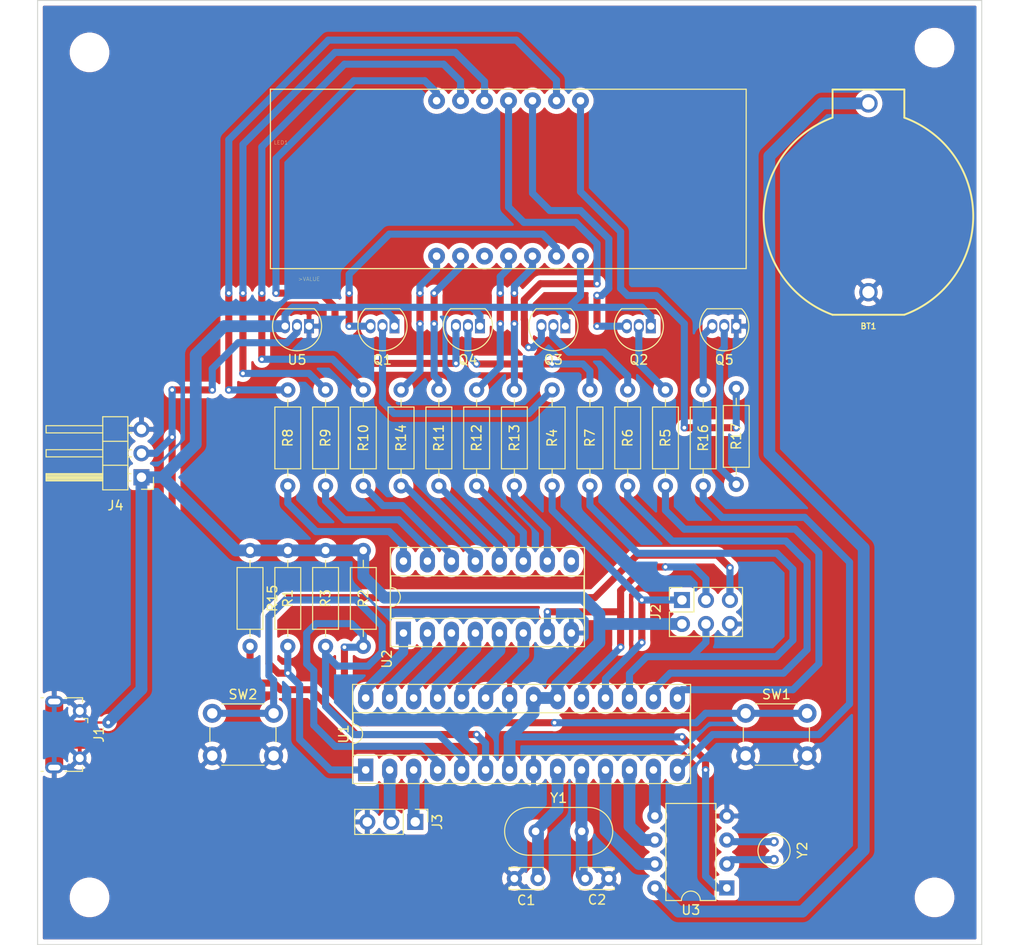
<source format=kicad_pcb>
(kicad_pcb (version 20171130) (host pcbnew 5.1.6-c6e7f7d~87~ubuntu18.04.1)
  (layers (0 Front signal) (1 In1.Cu signal) (2 In2.Cu signal) (31 Back signal) (34 B.Paste user) (35 F.Paste user) (36 B.SilkS user) (37 F.SilkS user) (38 B.Mask user) (39 F.Mask user) (44 Edge.Cuts user))
  (net 0 "")
  (net 1 GND)
  (net 2 "Net-(BT1-Pad1)")
  (net 3 "Net-(C1-Pad1)")
  (net 4 "Net-(C2-Pad1)")
  (net 5 +5V)
  (net 6 RST)
  (net 7 /DISP1)
  (net 8 /IN7)
  (net 9 /DISP4)
  (net 10 "Net-(J3-Pad2)")
  (net 11 "Net-(J3-Pad1)")
  (net 12 "Net-(J4-Pad2)")
  (net 13 "Net-(LED1-Pad14)")
  (net 14 /OUT3)
  (net 15 /OUT2)
  (net 16 "Net-(LED1-Pad11)")
  (net 17 "Net-(LED1-Pad10)")
  (net 18 /OUT1)
  (net 19 "Net-(LED1-Pad8)")
  (net 20 "Net-(LED1-Pad6)")
  (net 21 /OUT7)
  (net 22 /OUT6)
  (net 23 /OUT5)
  (net 24 /OUT4)
  (net 25 "Net-(Q1-Pad2)")
  (net 26 "Net-(Q2-Pad2)")
  (net 27 "Net-(Q3-Pad2)")
  (net 28 "Net-(Q4-Pad2)")
  (net 29 "Net-(Q5-Pad3)")
  (net 30 "Net-(Q5-Pad2)")
  (net 31 "Net-(R2-Pad2)")
  (net 32 "Net-(R3-Pad2)")
  (net 33 /DISP3)
  (net 34 /DISP2)
  (net 35 "Net-(R8-Pad2)")
  (net 36 "Net-(R9-Pad2)")
  (net 37 "Net-(R10-Pad2)")
  (net 38 "Net-(R11-Pad2)")
  (net 39 "Net-(R12-Pad2)")
  (net 40 "Net-(R13-Pad2)")
  (net 41 "Net-(R14-Pad2)")
  (net 42 "Net-(R16-Pad2)")
  (net 43 /IN1)
  (net 44 /IN2)
  (net 45 /CE)
  (net 46 /IN3)
  (net 47 /IO)
  (net 48 /IN4)
  (net 49 /CLK)
  (net 50 /IN5)
  (net 51 /IN6)
  (net 52 "Net-(U3-Pad3)")
  (net 53 "Net-(U3-Pad2)")
  (module Resistor_THT:R_Axial_DIN0207_L6.3mm_D2.5mm_P10.16mm_Horizontal (layer Front) (at 117.5 83.25 270)
    (fp_text reference R15 (at 5.08 -2.37 90) (layer F.SilkS))
    (fp_text value 4k7)
    (pad 2 thru_hole oval (at 10.16 0 270) (size 1.6 1.6) (drill 0.8) (layers *.Cu *.Mask) (net 12 "Net-(J4-Pad2)"))
    (pad 1 thru_hole circle (at 0 0 270) (size 1.6 1.6) (drill 0.8) (layers *.Cu *.Mask) (net 5 +5V))
  )
  (module MountingHole:MountingHole_3.2mm_M3 (layer Front) (at 100.5 120)
    (fp_text reference REF** hide)
    (fp_text value MountingHole_3.2mm_M3)
    (pad 1 np_thru_hole circle (at 0 0) (size 3.2 3.2) (drill 3.2) (layers *.Cu *.Mask))
  )
  (module MountingHole:MountingHole_3.2mm_M3 (layer Front) (at 190 120)
    (fp_text reference REF** hide)
    (fp_text value MountingHole_3.2mm_M3)
    (pad 1 np_thru_hole circle (at 0 0) (size 3.2 3.2) (drill 3.2) (layers *.Cu *.Mask))
  )
  (module MountingHole:MountingHole_3.2mm_M3 (layer Front) (at 190 30)
    (fp_text reference REF** hide)
    (fp_text value MountingHole_3.2mm_M3)
    (pad 1 np_thru_hole circle (at 0 0) (size 3.2 3.2) (drill 3.2) (layers *.Cu *.Mask))
  )
  (module MountingHole:MountingHole_3.2mm_M3 (layer Front) (at 100.5 30.5)
    (fp_text reference REF** hide)
    (fp_text value MountingHole_3.2mm_M3)
    (pad 1 np_thru_hole circle (at 0 0) (size 3.2 3.2) (drill 3.2) (layers *.Cu *.Mask))
  )
  (module Crystal:Crystal_C38-LF_D3.0mm_L8.0mm_Vertical (layer Front) (at 173 116 90)
    (fp_text reference Y2 (at 1 3 90) (layer F.SilkS))
    (fp_text value 32,768kHz)
    (pad 2 thru_hole circle (at 1.9 0 90) (size 1 1) (drill 0.5) (layers *.Cu *.Mask) (net 52 "Net-(U3-Pad3)"))
    (pad 1 thru_hole circle (at 0 0 90) (size 1 1) (drill 0.5) (layers *.Cu *.Mask) (net 53 "Net-(U3-Pad2)"))
  )
  (module Crystal:Crystal_HC49-4H_Vertical (layer Front) (at 147.75 113)
    (fp_text reference Y1 (at 2.44 -3.525) (layer F.SilkS))
    (fp_text value 16MHz)
    (pad 2 thru_hole circle (at 4.88 0) (size 1.5 1.5) (drill 0.8) (layers *.Cu *.Mask) (net 4 "Net-(C2-Pad1)"))
    (pad 1 thru_hole circle (at 0 0) (size 1.5 1.5) (drill 0.8) (layers *.Cu *.Mask) (net 3 "Net-(C1-Pad1)"))
  )
  (module Package_TO_SOT_THT:TO-92_Inline (layer Front) (at 123.75 59.5 180)
    (fp_text reference U5 (at 1.27 -3.56) (layer F.SilkS))
    (fp_text value DS18B20)
    (pad 1 thru_hole rect (at 0 0 180) (size 1.05 1.5) (drill 0.75) (layers *.Cu *.Mask) (net 1 GND))
    (pad 3 thru_hole oval (at 2.54 0 180) (size 1.05 1.5) (drill 0.75) (layers *.Cu *.Mask) (net 5 +5V))
    (pad 2 thru_hole oval (at 1.27 0 180) (size 1.05 1.5) (drill 0.75) (layers *.Cu *.Mask) (net 12 "Net-(J4-Pad2)"))
  )
  (module Package_DIP:DIP-8_W7.62mm (layer Front) (at 168 119 180)
    (fp_text reference U3 (at 3.81 -2.33) (layer F.SilkS))
    (fp_text value DS1302N+)
    (pad 8 thru_hole oval (at 7.62 0 180) (size 1.6 1.6) (drill 0.8) (layers *.Cu *.Mask) (net 2 "Net-(BT1-Pad1)"))
    (pad 4 thru_hole oval (at 0 7.62 180) (size 1.6 1.6) (drill 0.8) (layers *.Cu *.Mask) (net 1 GND))
    (pad 7 thru_hole oval (at 7.62 2.54 180) (size 1.6 1.6) (drill 0.8) (layers *.Cu *.Mask) (net 49 /CLK))
    (pad 3 thru_hole oval (at 0 5.08 180) (size 1.6 1.6) (drill 0.8) (layers *.Cu *.Mask) (net 52 "Net-(U3-Pad3)"))
    (pad 6 thru_hole oval (at 7.62 5.08 180) (size 1.6 1.6) (drill 0.8) (layers *.Cu *.Mask) (net 47 /IO))
    (pad 2 thru_hole oval (at 0 2.54 180) (size 1.6 1.6) (drill 0.8) (layers *.Cu *.Mask) (net 53 "Net-(U3-Pad2)"))
    (pad 5 thru_hole oval (at 7.62 7.62 180) (size 1.6 1.6) (drill 0.8) (layers *.Cu *.Mask) (net 45 /CE))
    (pad 1 thru_hole rect (at 0 0 180) (size 1.6 1.6) (drill 0.8) (layers *.Cu *.Mask) (net 5 +5V))
  )
  (module Package_DIP:DIP-16_W7.62mm_Socket_LongPads (layer Front) (at 133.75 92 90)
    (fp_text reference U2 (at -2.75 -1.75 90) (layer F.SilkS))
    (fp_text value ULN2003A)
    (pad 16 thru_hole oval (at 7.62 0 90) (size 2.4 1.6) (drill 0.8) (layers *.Cu *.Mask) (net 35 "Net-(R8-Pad2)"))
    (pad 8 thru_hole oval (at 0 17.78 90) (size 2.4 1.6) (drill 0.8) (layers *.Cu *.Mask) (net 1 GND))
    (pad 15 thru_hole oval (at 7.62 2.54 90) (size 2.4 1.6) (drill 0.8) (layers *.Cu *.Mask) (net 36 "Net-(R9-Pad2)"))
    (pad 7 thru_hole oval (at 0 15.24 90) (size 2.4 1.6) (drill 0.8) (layers *.Cu *.Mask) (net 8 /IN7))
    (pad 14 thru_hole oval (at 7.62 5.08 90) (size 2.4 1.6) (drill 0.8) (layers *.Cu *.Mask) (net 37 "Net-(R10-Pad2)"))
    (pad 6 thru_hole oval (at 0 12.7 90) (size 2.4 1.6) (drill 0.8) (layers *.Cu *.Mask) (net 51 /IN6))
    (pad 13 thru_hole oval (at 7.62 7.62 90) (size 2.4 1.6) (drill 0.8) (layers *.Cu *.Mask) (net 41 "Net-(R14-Pad2)"))
    (pad 5 thru_hole oval (at 0 10.16 90) (size 2.4 1.6) (drill 0.8) (layers *.Cu *.Mask) (net 50 /IN5))
    (pad 12 thru_hole oval (at 7.62 10.16 90) (size 2.4 1.6) (drill 0.8) (layers *.Cu *.Mask) (net 38 "Net-(R11-Pad2)"))
    (pad 4 thru_hole oval (at 0 7.62 90) (size 2.4 1.6) (drill 0.8) (layers *.Cu *.Mask) (net 48 /IN4))
    (pad 11 thru_hole oval (at 7.62 12.7 90) (size 2.4 1.6) (drill 0.8) (layers *.Cu *.Mask) (net 39 "Net-(R12-Pad2)"))
    (pad 3 thru_hole oval (at 0 5.08 90) (size 2.4 1.6) (drill 0.8) (layers *.Cu *.Mask) (net 46 /IN3))
    (pad 10 thru_hole oval (at 7.62 15.24 90) (size 2.4 1.6) (drill 0.8) (layers *.Cu *.Mask) (net 40 "Net-(R13-Pad2)"))
    (pad 2 thru_hole oval (at 0 2.54 90) (size 2.4 1.6) (drill 0.8) (layers *.Cu *.Mask) (net 44 /IN2))
    (pad 9 thru_hole oval (at 7.62 17.78 90) (size 2.4 1.6) (drill 0.8) (layers *.Cu *.Mask))
    (pad 1 thru_hole rect (at 0 0 90) (size 2.4 1.6) (drill 0.8) (layers *.Cu *.Mask) (net 43 /IN1))
  )
  (module Package_DIP:DIP-28_W7.62mm_Socket_LongPads (layer Front) (at 129.75 106.5 90)
    (fp_text reference U1 (at 3.81 -2.33 90) (layer F.SilkS))
    (fp_text value ATmega8-16PU)
    (pad 28 thru_hole oval (at 7.62 0 90) (size 2.4 1.6) (drill 0.8) (layers *.Cu *.Mask) (net 43 /IN1))
    (pad 14 thru_hole oval (at 0 33.02 90) (size 2.4 1.6) (drill 0.8) (layers *.Cu *.Mask) (net 42 "Net-(R16-Pad2)"))
    (pad 27 thru_hole oval (at 7.62 2.54 90) (size 2.4 1.6) (drill 0.8) (layers *.Cu *.Mask) (net 44 /IN2))
    (pad 13 thru_hole oval (at 0 30.48 90) (size 2.4 1.6) (drill 0.8) (layers *.Cu *.Mask) (net 45 /CE))
    (pad 26 thru_hole oval (at 7.62 5.08 90) (size 2.4 1.6) (drill 0.8) (layers *.Cu *.Mask) (net 46 /IN3))
    (pad 12 thru_hole oval (at 0 27.94 90) (size 2.4 1.6) (drill 0.8) (layers *.Cu *.Mask) (net 47 /IO))
    (pad 25 thru_hole oval (at 7.62 7.62 90) (size 2.4 1.6) (drill 0.8) (layers *.Cu *.Mask) (net 48 /IN4))
    (pad 11 thru_hole oval (at 0 25.4 90) (size 2.4 1.6) (drill 0.8) (layers *.Cu *.Mask) (net 49 /CLK))
    (pad 24 thru_hole oval (at 7.62 10.16 90) (size 2.4 1.6) (drill 0.8) (layers *.Cu *.Mask) (net 50 /IN5))
    (pad 10 thru_hole oval (at 0 22.86 90) (size 2.4 1.6) (drill 0.8) (layers *.Cu *.Mask) (net 4 "Net-(C2-Pad1)"))
    (pad 23 thru_hole oval (at 7.62 12.7 90) (size 2.4 1.6) (drill 0.8) (layers *.Cu *.Mask) (net 51 /IN6))
    (pad 9 thru_hole oval (at 0 20.32 90) (size 2.4 1.6) (drill 0.8) (layers *.Cu *.Mask) (net 3 "Net-(C1-Pad1)"))
    (pad 22 thru_hole oval (at 7.62 15.24 90) (size 2.4 1.6) (drill 0.8) (layers *.Cu *.Mask) (net 1 GND))
    (pad 8 thru_hole oval (at 0 17.78 90) (size 2.4 1.6) (drill 0.8) (layers *.Cu *.Mask) (net 1 GND))
    (pad 21 thru_hole oval (at 7.62 17.78 90) (size 2.4 1.6) (drill 0.8) (layers *.Cu *.Mask) (net 5 +5V))
    (pad 7 thru_hole oval (at 0 15.24 90) (size 2.4 1.6) (drill 0.8) (layers *.Cu *.Mask) (net 5 +5V))
    (pad 20 thru_hole oval (at 7.62 20.32 90) (size 2.4 1.6) (drill 0.8) (layers *.Cu *.Mask) (net 5 +5V))
    (pad 6 thru_hole oval (at 0 12.7 90) (size 2.4 1.6) (drill 0.8) (layers *.Cu *.Mask) (net 12 "Net-(J4-Pad2)"))
    (pad 19 thru_hole oval (at 7.62 22.86 90) (size 2.4 1.6) (drill 0.8) (layers *.Cu *.Mask) (net 8 /IN7))
    (pad 5 thru_hole oval (at 0 10.16 90) (size 2.4 1.6) (drill 0.8) (layers *.Cu *.Mask) (net 32 "Net-(R3-Pad2)"))
    (pad 18 thru_hole oval (at 7.62 25.4 90) (size 2.4 1.6) (drill 0.8) (layers *.Cu *.Mask) (net 9 /DISP4))
    (pad 4 thru_hole oval (at 0 7.62 90) (size 2.4 1.6) (drill 0.8) (layers *.Cu *.Mask) (net 31 "Net-(R2-Pad2)"))
    (pad 17 thru_hole oval (at 7.62 27.94 90) (size 2.4 1.6) (drill 0.8) (layers *.Cu *.Mask) (net 7 /DISP1))
    (pad 3 thru_hole oval (at 0 5.08 90) (size 2.4 1.6) (drill 0.8) (layers *.Cu *.Mask) (net 11 "Net-(J3-Pad1)"))
    (pad 16 thru_hole oval (at 7.62 30.48 90) (size 2.4 1.6) (drill 0.8) (layers *.Cu *.Mask) (net 34 /DISP2))
    (pad 2 thru_hole oval (at 0 2.54 90) (size 2.4 1.6) (drill 0.8) (layers *.Cu *.Mask) (net 10 "Net-(J3-Pad2)"))
    (pad 15 thru_hole oval (at 7.62 33.02 90) (size 2.4 1.6) (drill 0.8) (layers *.Cu *.Mask) (net 33 /DISP3))
    (pad 1 thru_hole rect (at 0 0 90) (size 2.4 1.6) (drill 0.8) (layers *.Cu *.Mask) (net 6 RST))
  )
  (module Button_Switch_THT:SW_PUSH_6mm_H4.3mm (layer Front) (at 113.5 100.5)
    (fp_text reference SW2 (at 3.25 -2) (layer F.SilkS))
    (fp_text value SW_Push)
    (pad 1 thru_hole circle (at 6.5 0 90) (size 2 2) (drill 1.1) (layers *.Cu *.Mask) (net 32 "Net-(R3-Pad2)"))
    (pad 2 thru_hole circle (at 6.5 4.5 90) (size 2 2) (drill 1.1) (layers *.Cu *.Mask) (net 1 GND))
    (pad 1 thru_hole circle (at 0 0 90) (size 2 2) (drill 1.1) (layers *.Cu *.Mask) (net 32 "Net-(R3-Pad2)"))
    (pad 2 thru_hole circle (at 0 4.5 90) (size 2 2) (drill 1.1) (layers *.Cu *.Mask) (net 1 GND))
  )
  (module Button_Switch_THT:SW_PUSH_6mm_H4.3mm (layer Front) (at 170 100.5)
    (fp_text reference SW1 (at 3.25 -2) (layer F.SilkS))
    (fp_text value SW_Push)
    (pad 1 thru_hole circle (at 6.5 0 90) (size 2 2) (drill 1.1) (layers *.Cu *.Mask) (net 31 "Net-(R2-Pad2)"))
    (pad 2 thru_hole circle (at 6.5 4.5 90) (size 2 2) (drill 1.1) (layers *.Cu *.Mask) (net 1 GND))
    (pad 1 thru_hole circle (at 0 0 90) (size 2 2) (drill 1.1) (layers *.Cu *.Mask) (net 31 "Net-(R2-Pad2)"))
    (pad 2 thru_hole circle (at 0 4.5 90) (size 2 2) (drill 1.1) (layers *.Cu *.Mask) (net 1 GND))
  )
  (module Resistor_THT:R_Axial_DIN0207_L6.3mm_D2.5mm_P10.16mm_Horizontal (layer Front) (at 133.5 66.25 270)
    (fp_text reference R14 (at 5.08 0 90) (layer F.SilkS))
    (fp_text value 150)
    (pad 2 thru_hole oval (at 10.16 0 270) (size 1.6 1.6) (drill 0.8) (layers *.Cu *.Mask) (net 41 "Net-(R14-Pad2)"))
    (pad 1 thru_hole circle (at 0 0 270) (size 1.6 1.6) (drill 0.8) (layers *.Cu *.Mask) (net 24 /OUT4))
  )
  (module Resistor_THT:R_Axial_DIN0207_L6.3mm_D2.5mm_P10.16mm_Horizontal (layer Front) (at 145.5 66.25 270)
    (fp_text reference R13 (at 5.08 0 90) (layer F.SilkS))
    (fp_text value 150)
    (pad 2 thru_hole oval (at 10.16 0 270) (size 1.6 1.6) (drill 0.8) (layers *.Cu *.Mask) (net 40 "Net-(R13-Pad2)"))
    (pad 1 thru_hole circle (at 0 0 270) (size 1.6 1.6) (drill 0.8) (layers *.Cu *.Mask) (net 21 /OUT7))
  )
  (module Resistor_THT:R_Axial_DIN0207_L6.3mm_D2.5mm_P10.16mm_Horizontal (layer Front) (at 141.5 66.25 270)
    (fp_text reference R12 (at 5.08 0 90) (layer F.SilkS))
    (fp_text value 150)
    (pad 2 thru_hole oval (at 10.16 0 270) (size 1.6 1.6) (drill 0.8) (layers *.Cu *.Mask) (net 39 "Net-(R12-Pad2)"))
    (pad 1 thru_hole circle (at 0 0 270) (size 1.6 1.6) (drill 0.8) (layers *.Cu *.Mask) (net 22 /OUT6))
  )
  (module Resistor_THT:R_Axial_DIN0207_L6.3mm_D2.5mm_P10.16mm_Horizontal (layer Front) (at 137.5 66.25 270)
    (fp_text reference R11 (at 5.08 0 90) (layer F.SilkS))
    (fp_text value 150)
    (pad 2 thru_hole oval (at 10.16 0 270) (size 1.6 1.6) (drill 0.8) (layers *.Cu *.Mask) (net 38 "Net-(R11-Pad2)"))
    (pad 1 thru_hole circle (at 0 0 270) (size 1.6 1.6) (drill 0.8) (layers *.Cu *.Mask) (net 23 /OUT5))
  )
  (module Resistor_THT:R_Axial_DIN0207_L6.3mm_D2.5mm_P10.16mm_Horizontal (layer Front) (at 129.5 66.25 270)
    (fp_text reference R10 (at 5.08 0 90) (layer F.SilkS))
    (fp_text value 150)
    (pad 2 thru_hole oval (at 10.16 0 270) (size 1.6 1.6) (drill 0.8) (layers *.Cu *.Mask) (net 37 "Net-(R10-Pad2)"))
    (pad 1 thru_hole circle (at 0 0 270) (size 1.6 1.6) (drill 0.8) (layers *.Cu *.Mask) (net 14 /OUT3))
  )
  (module Resistor_THT:R_Axial_DIN0207_L6.3mm_D2.5mm_P10.16mm_Horizontal (layer Front) (at 125.5 66.25 270)
    (fp_text reference R9 (at 5.08 0 90) (layer F.SilkS))
    (fp_text value 150)
    (pad 2 thru_hole oval (at 10.16 0 270) (size 1.6 1.6) (drill 0.8) (layers *.Cu *.Mask) (net 36 "Net-(R9-Pad2)"))
    (pad 1 thru_hole circle (at 0 0 270) (size 1.6 1.6) (drill 0.8) (layers *.Cu *.Mask) (net 15 /OUT2))
  )
  (module Resistor_THT:R_Axial_DIN0207_L6.3mm_D2.5mm_P10.16mm_Horizontal (layer Front) (at 121.5 66.25 270)
    (fp_text reference R8 (at 5.08 0 90) (layer F.SilkS))
    (fp_text value 150)
    (pad 2 thru_hole oval (at 10.16 0 270) (size 1.6 1.6) (drill 0.8) (layers *.Cu *.Mask) (net 35 "Net-(R8-Pad2)"))
    (pad 1 thru_hole circle (at 0 0 270) (size 1.6 1.6) (drill 0.8) (layers *.Cu *.Mask) (net 18 /OUT1))
  )
  (module Resistor_THT:R_Axial_DIN0207_L6.3mm_D2.5mm_P10.16mm_Horizontal (layer Front) (at 125.5 83.25 270)
    (fp_text reference R3 (at 5.08 0 90) (layer F.SilkS))
    (fp_text value 10k)
    (pad 2 thru_hole oval (at 10.16 0 270) (size 1.6 1.6) (drill 0.8) (layers *.Cu *.Mask) (net 32 "Net-(R3-Pad2)"))
    (pad 1 thru_hole circle (at 0 0 270) (size 1.6 1.6) (drill 0.8) (layers *.Cu *.Mask) (net 5 +5V))
  )
  (module Resistor_THT:R_Axial_DIN0207_L6.3mm_D2.5mm_P10.16mm_Horizontal (layer Front) (at 129.5 83.25 270)
    (fp_text reference R2 (at 5.08 0 90) (layer F.SilkS))
    (fp_text value 10k)
    (pad 2 thru_hole oval (at 10.16 0 270) (size 1.6 1.6) (drill 0.8) (layers *.Cu *.Mask) (net 31 "Net-(R2-Pad2)"))
    (pad 1 thru_hole circle (at 0 0 270) (size 1.6 1.6) (drill 0.8) (layers *.Cu *.Mask) (net 5 +5V))
  )
  (module adventurous:7-SEGMENT-4DIGIT-20MM (layer Front) (at 139.75 47)
    (fp_text reference LED1 (at -18.98396 -6.9469) (layer F.SilkS) (effects (font (size 0.4064 0.4064) (thickness 0.0254))))
    (fp_text value >VALUE (at -16 7.5) (layer F.SilkS) (effects (font (size 0.4064 0.4064) (thickness 0.0254))))
    (pad 1 thru_hole circle (at -2.49 5.08) (size 1.778 1.778) (drill 0.79756) (layers *.Cu *.Mask) (net 24 /OUT4))
    (pad 2 thru_hole circle (at 0.05 5.08) (size 1.778 1.778) (drill 0.79756) (layers *.Cu *.Mask) (net 23 /OUT5))
    (pad 3 thru_hole circle (at 2.59 5.08) (size 1.778 1.778) (drill 0.79756) (layers *.Cu *.Mask))
    (pad 4 thru_hole circle (at 5.13 5.08) (size 1.778 1.778) (drill 0.79756) (layers *.Cu *.Mask) (net 22 /OUT6))
    (pad 5 thru_hole circle (at 7.67 5.08) (size 1.778 1.778) (drill 0.79756) (layers *.Cu *.Mask) (net 21 /OUT7))
    (pad 6 thru_hole circle (at 10.21 5.08) (size 1.778 1.778) (drill 0.79756) (layers *.Cu *.Mask) (net 20 "Net-(LED1-Pad6)"))
    (pad 7 thru_hole circle (at 12.75 5.08) (size 1.778 1.778) (drill 0.79756) (layers *.Cu *.Mask) (net 5 +5V))
    (pad 8 thru_hole circle (at 12.75 -11.38) (size 1.778 1.778) (drill 0.79756) (layers *.Cu *.Mask) (net 19 "Net-(LED1-Pad8)"))
    (pad 9 thru_hole circle (at 10.21 -11.38) (size 1.778 1.778) (drill 0.79756) (layers *.Cu *.Mask) (net 18 /OUT1))
    (pad 10 thru_hole circle (at 7.67 -11.38) (size 1.778 1.778) (drill 0.79756) (layers *.Cu *.Mask) (net 17 "Net-(LED1-Pad10)"))
    (pad 11 thru_hole circle (at 5.13 -11.38) (size 1.778 1.778) (drill 0.79756) (layers *.Cu *.Mask) (net 16 "Net-(LED1-Pad11)"))
    (pad 12 thru_hole circle (at 2.59 -11.38) (size 1.778 1.778) (drill 0.79756) (layers *.Cu *.Mask) (net 15 /OUT2))
    (pad 13 thru_hole circle (at 0.05 -11.38) (size 1.778 1.778) (drill 0.79756) (layers *.Cu *.Mask) (net 14 /OUT3))
    (pad 14 thru_hole circle (at -2.49 -11.38) (size 1.778 1.778) (drill 0.79756) (layers *.Cu *.Mask) (net 13 "Net-(LED1-Pad14)"))
  )
  (module Connector_PinHeader_2.54mm:PinHeader_1x03_P2.54mm_Horizontal (layer Front) (at 106 75.5 180)
    (fp_text reference J4 (at 2.75 -3) (layer F.SilkS))
    (fp_text value Conn_01x03)
    (pad 3 thru_hole oval (at 0 5.08 180) (size 1.7 1.7) (drill 1) (layers *.Cu *.Mask) (net 1 GND))
    (pad 2 thru_hole oval (at 0 2.54 180) (size 1.7 1.7) (drill 1) (layers *.Cu *.Mask) (net 12 "Net-(J4-Pad2)"))
    (pad 1 thru_hole rect (at 0 0 180) (size 1.7 1.7) (drill 1) (layers *.Cu *.Mask) (net 5 +5V))
  )
  (module Connector_PinHeader_2.54mm:PinHeader_1x03_P2.54mm_Vertical (layer Front) (at 135 112 270)
    (fp_text reference J3 (at 0 -2.33 90) (layer F.SilkS))
    (fp_text value Conn_01x03)
    (pad 3 thru_hole oval (at 0 5.08 270) (size 1.7 1.7) (drill 1) (layers *.Cu *.Mask) (net 1 GND))
    (pad 2 thru_hole oval (at 0 2.54 270) (size 1.7 1.7) (drill 1) (layers *.Cu *.Mask) (net 10 "Net-(J3-Pad2)"))
    (pad 1 thru_hole rect (at 0 0 270) (size 1.7 1.7) (drill 1) (layers *.Cu *.Mask) (net 11 "Net-(J3-Pad1)"))
  )
  (module Connector_PinSocket_2.54mm:PinSocket_2x03_P2.54mm_Vertical (layer Front) (at 163.25 88.5 90)
    (fp_text reference J2 (at -1.27 -2.77 90) (layer F.SilkS))
    (fp_text value AVR-ISP-6)
    (pad 6 thru_hole oval (at -2.54 5.08 90) (size 1.7 1.7) (drill 1) (layers *.Cu *.Mask) (net 1 GND))
    (pad 5 thru_hole oval (at 0 5.08 90) (size 1.7 1.7) (drill 1) (layers *.Cu *.Mask) (net 6 RST))
    (pad 4 thru_hole oval (at -2.54 2.54 90) (size 1.7 1.7) (drill 1) (layers *.Cu *.Mask) (net 7 /DISP1))
    (pad 3 thru_hole oval (at 0 2.54 90) (size 1.7 1.7) (drill 1) (layers *.Cu *.Mask) (net 8 /IN7))
    (pad 2 thru_hole oval (at -2.54 0 90) (size 1.7 1.7) (drill 1) (layers *.Cu *.Mask) (net 5 +5V))
    (pad 1 thru_hole rect (at 0 0 90) (size 1.7 1.7) (drill 1) (layers *.Cu *.Mask) (net 9 /DISP4))
  )
  (module Connector_USB:USB_Micro-B_Molex-105017-0001 (layer Front) (at 98 102.75 270)
    (fp_text reference J1 (at 0 -3.5 90) (layer F.SilkS))
    (fp_text value USB_B_Micro)
    (pad 6 smd rect (at -2.9 1.2375 270) (size 1.2 1.9) (layers Front F.Mask) (net 1 GND))
    (pad 6 smd rect (at 2.9 1.2375 270) (size 1.2 1.9) (layers Front F.Mask) (net 1 GND))
    (pad 6 thru_hole oval (at 3.5 1.2375 270) (size 1.2 1.9) (drill oval 0.6 1.3) (layers *.Cu *.Mask) (net 1 GND))
    (pad 6 thru_hole oval (at -3.5 1.2375 90) (size 1.2 1.9) (drill oval 0.6 1.3) (layers *.Cu *.Mask) (net 1 GND))
    (pad 6 smd rect (at -1 1.2375 270) (size 1.5 1.9) (layers Front F.Paste F.Mask) (net 1 GND))
    (pad 6 thru_hole circle (at 2.5 -1.4625 270) (size 1.45 1.45) (drill 0.85) (layers *.Cu *.Mask) (net 1 GND))
    (pad 3 smd rect (at 0 -1.4625 270) (size 0.4 1.35) (layers Front F.Paste F.Mask))
    (pad 4 smd rect (at 0.65 -1.4625 270) (size 0.4 1.35) (layers Front F.Paste F.Mask))
    (pad 5 smd rect (at 1.3 -1.4625 270) (size 0.4 1.35) (layers Front F.Paste F.Mask) (net 1 GND))
    (pad 1 smd rect (at -1.3 -1.4625 270) (size 0.4 1.35) (layers Front F.Paste F.Mask) (net 5 +5V))
    (pad 2 smd rect (at -0.65 -1.4625 270) (size 0.4 1.35) (layers Front F.Paste F.Mask))
    (pad 6 thru_hole circle (at -2.5 -1.4625 270) (size 1.45 1.45) (drill 0.85) (layers *.Cu *.Mask) (net 1 GND))
    (pad 6 smd rect (at 1 1.2375 270) (size 1.5 1.9) (layers Front F.Paste F.Mask) (net 1 GND))
  )
  (module Capacitor_THT:C_Disc_D3.4mm_W2.1mm_P2.50mm (layer Front) (at 153 118)
    (fp_text reference C2 (at 1.25 2.25) (layer F.SilkS))
    (fp_text value 15p)
    (pad 2 thru_hole circle (at 2.5 0) (size 1.6 1.6) (drill 0.8) (layers *.Cu *.Mask) (net 1 GND))
    (pad 1 thru_hole circle (at 0 0) (size 1.6 1.6) (drill 0.8) (layers *.Cu *.Mask) (net 4 "Net-(C2-Pad1)"))
  )
  (module Capacitor_THT:C_Disc_D3.4mm_W2.1mm_P2.50mm (layer Front) (at 148 118 180)
    (fp_text reference C1 (at 1.25 -2.3) (layer F.SilkS))
    (fp_text value 15p)
    (pad 2 thru_hole circle (at 2.5 0 180) (size 1.6 1.6) (drill 0.8) (layers *.Cu *.Mask) (net 1 GND))
    (pad 1 thru_hole circle (at 0 0 180) (size 1.6 1.6) (drill 0.8) (layers *.Cu *.Mask) (net 3 "Net-(C1-Pad1)"))
  )
  (module Batteries:BATTCOM_20MM_PTH (layer Front) (at 183 47.75 90)
    (fp_text reference BT1 (at -11.75 0) (layer F.SilkS) (effects (font (size 0.6096 0.6096) (thickness 0.127))))
    (fp_text value Battery_Cell hide)
    (pad 2 thru_hole circle (at -8.14832 0 90) (size 1.94818 1.94818) (drill 1.29794) (layers *.Cu *.Mask) (net 1 GND))
    (pad 1 thru_hole circle (at 11.8491 0 90) (size 1.94818 1.94818) (drill 1.29794) (layers *.Cu *.Mask) (net 2 "Net-(BT1-Pad1)"))
  )
  (module Resistor_THT:R_Axial_DIN0207_L6.3mm_D2.5mm_P10.16mm_Horizontal (layer Front) (at 169 76.25 90)
    (fp_text reference R17 (at 5.08 0 90) (layer F.SilkS))
    (fp_text value 180)
    (pad 2 thru_hole oval (at 10.16 0 90) (size 1.6 1.6) (drill 0.8) (layers *.Cu *.Mask) (net 19 "Net-(LED1-Pad8)"))
    (pad 1 thru_hole circle (at 0 0 90) (size 1.6 1.6) (drill 0.8) (layers *.Cu *.Mask) (net 30 "Net-(Q5-Pad2)"))
  )
  (module Resistor_THT:R_Axial_DIN0207_L6.3mm_D2.5mm_P10.16mm_Horizontal (layer Front) (at 165.5 66.25 270)
    (fp_text reference R16 (at 5.08 0 90) (layer F.SilkS))
    (fp_text value 33k)
    (pad 2 thru_hole oval (at 10.16 0 270) (size 1.6 1.6) (drill 0.8) (layers *.Cu *.Mask) (net 42 "Net-(R16-Pad2)"))
    (pad 1 thru_hole circle (at 0 0 270) (size 1.6 1.6) (drill 0.8) (layers *.Cu *.Mask) (net 29 "Net-(Q5-Pad3)"))
  )
  (module Resistor_THT:R_Axial_DIN0207_L6.3mm_D2.5mm_P10.16mm_Horizontal (layer Front) (at 153.5 66.25 270)
    (fp_text reference R7 (at 5.08 0 90) (layer F.SilkS))
    (fp_text value 2k4)
    (pad 2 thru_hole oval (at 10.16 0 270) (size 1.6 1.6) (drill 0.8) (layers *.Cu *.Mask) (net 7 /DISP1))
    (pad 1 thru_hole circle (at 0 0 270) (size 1.6 1.6) (drill 0.8) (layers *.Cu *.Mask) (net 28 "Net-(Q4-Pad2)"))
  )
  (module Resistor_THT:R_Axial_DIN0207_L6.3mm_D2.5mm_P10.16mm_Horizontal (layer Front) (at 157.5 66.25 270)
    (fp_text reference R6 (at 5.08 0 90) (layer F.SilkS))
    (fp_text value 2k4)
    (pad 2 thru_hole oval (at 10.16 0 270) (size 1.6 1.6) (drill 0.8) (layers *.Cu *.Mask) (net 34 /DISP2))
    (pad 1 thru_hole circle (at 0 0 270) (size 1.6 1.6) (drill 0.8) (layers *.Cu *.Mask) (net 27 "Net-(Q3-Pad2)"))
  )
  (module Resistor_THT:R_Axial_DIN0207_L6.3mm_D2.5mm_P10.16mm_Horizontal (layer Front) (at 161.5 66.25 270)
    (fp_text reference R5 (at 5.08 0 90) (layer F.SilkS))
    (fp_text value 2k4)
    (pad 2 thru_hole oval (at 10.16 0 270) (size 1.6 1.6) (drill 0.8) (layers *.Cu *.Mask) (net 33 /DISP3))
    (pad 1 thru_hole circle (at 0 0 270) (size 1.6 1.6) (drill 0.8) (layers *.Cu *.Mask) (net 26 "Net-(Q2-Pad2)"))
  )
  (module Resistor_THT:R_Axial_DIN0207_L6.3mm_D2.5mm_P10.16mm_Horizontal (layer Front) (at 149.5 66.25 270)
    (fp_text reference R4 (at 5.08 0 90) (layer F.SilkS))
    (fp_text value 2k4)
    (pad 2 thru_hole oval (at 10.16 0 270) (size 1.6 1.6) (drill 0.8) (layers *.Cu *.Mask) (net 9 /DISP4))
    (pad 1 thru_hole circle (at 0 0 270) (size 1.6 1.6) (drill 0.8) (layers *.Cu *.Mask) (net 25 "Net-(Q1-Pad2)"))
  )
  (module Resistor_THT:R_Axial_DIN0207_L6.3mm_D2.5mm_P10.16mm_Horizontal (layer Front) (at 121.5 83.25 270)
    (fp_text reference R1 (at 5.08 0 90) (layer F.SilkS))
    (fp_text value 10k)
    (pad 2 thru_hole oval (at 10.16 0 270) (size 1.6 1.6) (drill 0.8) (layers *.Cu *.Mask) (net 6 RST))
    (pad 1 thru_hole circle (at 0 0 270) (size 1.6 1.6) (drill 0.8) (layers *.Cu *.Mask) (net 5 +5V))
  )
  (module Package_TO_SOT_THT:TO-92_Inline (layer Front) (at 169 59.5 180)
    (fp_text reference Q5 (at 1.27 -3.56) (layer F.SilkS))
    (fp_text value C1815GR)
    (pad 1 thru_hole rect (at 0 0 180) (size 1.05 1.5) (drill 0.75) (layers *.Cu *.Mask) (net 1 GND))
    (pad 3 thru_hole oval (at 2.54 0 180) (size 1.05 1.5) (drill 0.75) (layers *.Cu *.Mask) (net 29 "Net-(Q5-Pad3)"))
    (pad 2 thru_hole oval (at 1.27 0 180) (size 1.05 1.5) (drill 0.75) (layers *.Cu *.Mask) (net 30 "Net-(Q5-Pad2)"))
  )
  (module Package_TO_SOT_THT:TO-92_Inline (layer Front) (at 141.85 59.5 180)
    (fp_text reference Q4 (at 1.27 -3.56) (layer F.SilkS))
    (fp_text value SS9012H)
    (pad 1 thru_hole rect (at 0 0 180) (size 1.05 1.5) (drill 0.75) (layers *.Cu *.Mask) (net 5 +5V))
    (pad 3 thru_hole oval (at 2.54 0 180) (size 1.05 1.5) (drill 0.75) (layers *.Cu *.Mask) (net 13 "Net-(LED1-Pad14)"))
    (pad 2 thru_hole oval (at 1.27 0 180) (size 1.05 1.5) (drill 0.75) (layers *.Cu *.Mask) (net 28 "Net-(Q4-Pad2)"))
  )
  (module Package_TO_SOT_THT:TO-92_Inline (layer Front) (at 150.9 59.5 180)
    (fp_text reference Q3 (at 1.27 -3.56) (layer F.SilkS))
    (fp_text value SS9012H)
    (pad 1 thru_hole rect (at 0 0 180) (size 1.05 1.5) (drill 0.75) (layers *.Cu *.Mask) (net 5 +5V))
    (pad 3 thru_hole oval (at 2.54 0 180) (size 1.05 1.5) (drill 0.75) (layers *.Cu *.Mask) (net 16 "Net-(LED1-Pad11)"))
    (pad 2 thru_hole oval (at 1.27 0 180) (size 1.05 1.5) (drill 0.75) (layers *.Cu *.Mask) (net 27 "Net-(Q3-Pad2)"))
  )
  (module Package_TO_SOT_THT:TO-92_Inline (layer Front) (at 159.95 59.5 180)
    (fp_text reference Q2 (at 1.27 -3.56) (layer F.SilkS))
    (fp_text value SS9012H)
    (pad 1 thru_hole rect (at 0 0 180) (size 1.05 1.5) (drill 0.75) (layers *.Cu *.Mask) (net 5 +5V))
    (pad 3 thru_hole oval (at 2.54 0 180) (size 1.05 1.5) (drill 0.75) (layers *.Cu *.Mask) (net 17 "Net-(LED1-Pad10)"))
    (pad 2 thru_hole oval (at 1.27 0 180) (size 1.05 1.5) (drill 0.75) (layers *.Cu *.Mask) (net 26 "Net-(Q2-Pad2)"))
  )
  (module Package_TO_SOT_THT:TO-92_Inline (layer Front) (at 132.8 59.5 180)
    (fp_text reference Q1 (at 1.27 -3.56) (layer F.SilkS))
    (fp_text value SS9012H)
    (pad 1 thru_hole rect (at 0 0 180) (size 1.05 1.5) (drill 0.75) (layers *.Cu *.Mask) (net 5 +5V))
    (pad 3 thru_hole oval (at 2.54 0 180) (size 1.05 1.5) (drill 0.75) (layers *.Cu *.Mask) (net 20 "Net-(LED1-Pad6)"))
    (pad 2 thru_hole oval (at 1.27 0 180) (size 1.05 1.5) (drill 0.75) (layers *.Cu *.Mask) (net 25 "Net-(Q1-Pad2)"))
  )
  (gr_line (start 95 125) (end 95 25) (layer Edge.Cuts) (width 0.1))
  (gr_line (start 195 125) (end 95 125) (layer Edge.Cuts) (width 0.1))
  (gr_line (start 195 25) (end 195 125) (layer Edge.Cuts) (width 0.1))
  (gr_line (start 95 25) (end 195 25) (layer Edge.Cuts) (width 0.1))
  (segment (start 99.4625 104.05) (end 99.4625 105.25) (width 0.4) (layer Front) (net 1))
  (segment (start 99.4625 104.05) (end 100.7 104.05) (width 0.4) (layer Front) (net 1))
  (segment (start 162.88 121.5) (end 160.38 119) (width 1.25) (layer Back) (net 2))
  (segment (start 183 35.9009) (end 178.0991 35.9009) (width 1.25) (layer Back) (net 2))
  (segment (start 182.5 83) (end 182.5 115) (width 1.25) (layer Back) (net 2))
  (segment (start 176 121.5) (end 162.88 121.5) (width 1.25) (layer Back) (net 2))
  (segment (start 172.5 41.5) (end 172.5 73) (width 1.25) (layer Back) (net 2))
  (segment (start 172.5 73) (end 182.5 83) (width 1.25) (layer Back) (net 2))
  (segment (start 178.0991 35.9009) (end 172.5 41.5) (width 1.25) (layer Back) (net 2))
  (segment (start 182.5 115) (end 176 121.5) (width 1.25) (layer Back) (net 2))
  (segment (start 150.07 110.68) (end 147.75 113) (width 1.25) (layer Back) (net 3))
  (segment (start 150.07 106.5) (end 150.07 110.68) (width 1.25) (layer Back) (net 3))
  (segment (start 148 113.25) (end 147.75 113) (width 1.25) (layer Back) (net 3))
  (segment (start 148 118) (end 148 113.25) (width 1.25) (layer Back) (net 3))
  (segment (start 152.61 112.98) (end 152.63 113) (width 1.25) (layer Back) (net 4))
  (segment (start 152.61 106.5) (end 152.61 112.98) (width 1.25) (layer Back) (net 4))
  (segment (start 152.63 117.63) (end 153 118) (width 1.25) (layer Back) (net 4))
  (segment (start 152.63 113) (end 152.63 117.63) (width 1.25) (layer Back) (net 4))
  (segment (start 99.724999 101.474999) (end 102.474999 101.474999) (width 0.25) (layer Front) (net 5))
  (segment (start 99.4625 101.45) (end 99.7 101.45) (width 0.25) (layer Front) (net 5))
  (segment (start 99.7 101.45) (end 99.724999 101.474999) (width 0.25) (layer Front) (net 5))
  (segment (start 102.474999 101.474999) (end 102.474999 101.474999) (width 0.25) (layer Front) (net 5))
  (via (at 102.474999 101.474999) (size 0.8) (drill 0.4) (layers Front Back) (net 5))
  (segment (start 106 97.949998) (end 106 75.5) (width 1.25) (layer Back) (net 5))
  (segment (start 102.474999 101.474999) (end 106 97.949998) (width 1.25) (layer Back) (net 5))
  (segment (start 106 75.5) (end 108.25 75.5) (width 1.25) (layer Back) (net 5))
  (segment (start 129.5 83.25) (end 125.5 83.25) (width 1.25) (layer Back) (net 5))
  (segment (start 125.5 83.25) (end 121.5 83.25) (width 1.25) (layer Back) (net 5))
  (segment (start 116 83.25) (end 108.25 75.5) (width 1.25) (layer Back) (net 5))
  (segment (start 121.5 83.25) (end 116 83.25) (width 1.25) (layer Back) (net 5))
  (segment (start 129.5 83.25) (end 129.5 86) (width 1.25) (layer Back) (net 5))
  (segment (start 129.5 86) (end 131.75 88.25) (width 1.25) (layer Back) (net 5))
  (segment (start 131.75 88.25) (end 152.75 88.25) (width 1.25) (layer Back) (net 5))
  (segment (start 152.75 88.25) (end 154.5 90) (width 1.25) (layer Back) (net 5))
  (segment (start 154.5 93) (end 150 97.5) (width 1.25) (layer Back) (net 5))
  (segment (start 150.07 97.57) (end 150.07 98.88) (width 1.25) (layer Back) (net 5))
  (segment (start 150 97.5) (end 150.07 97.57) (width 1.25) (layer Back) (net 5))
  (segment (start 150.07 98.88) (end 147.53 98.88) (width 1.25) (layer Back) (net 5))
  (segment (start 154.54 91.04) (end 154.5 91) (width 1.25) (layer Back) (net 5))
  (segment (start 163.25 91.04) (end 154.54 91.04) (width 1.25) (layer Back) (net 5))
  (segment (start 154.5 90) (end 154.5 91) (width 1.25) (layer Back) (net 5))
  (segment (start 154.5 91) (end 154.5 93) (width 1.25) (layer Back) (net 5))
  (segment (start 147.53 98.88) (end 147.53 100.47) (width 1.25) (layer Back) (net 5))
  (segment (start 144.99 103.01) (end 144.99 106.5) (width 1.25) (layer Back) (net 5))
  (segment (start 147.53 100.47) (end 144.99 103.01) (width 1.25) (layer Back) (net 5))
  (segment (start 121.21 59.5) (end 121.21 58.84793) (width 0.75) (layer Back) (net 5))
  (segment (start 111.75 62.5) (end 114.75 59.5) (width 1.25) (layer Back) (net 5))
  (segment (start 114.75 59.5) (end 121.02999 59.5) (width 1.25) (layer Back) (net 5))
  (segment (start 108.25 75.5) (end 111.75 72) (width 1.25) (layer Back) (net 5))
  (segment (start 111.75 72) (end 111.75 62.5) (width 1.25) (layer Back) (net 5))
  (segment (start 121.21 59.5) (end 121.21 58.29) (width 0.75) (layer Back) (net 5))
  (segment (start 121.21 58.29) (end 122 57.5) (width 0.75) (layer Back) (net 5))
  (segment (start 122 57.5) (end 131.5 57.5) (width 0.75) (layer Back) (net 5))
  (segment (start 132.8 58.8) (end 132.8 59.5) (width 0.75) (layer Back) (net 5))
  (segment (start 131.5 57.5) (end 132.8 58.8) (width 0.75) (layer Back) (net 5))
  (segment (start 131.5 57.5) (end 141 57.5) (width 0.75) (layer Back) (net 5))
  (segment (start 141.85 58.35) (end 141.85 59.5) (width 0.75) (layer Back) (net 5))
  (segment (start 141 57.5) (end 141.85 58.35) (width 0.75) (layer Back) (net 5))
  (segment (start 141 57.5) (end 150 57.5) (width 0.75) (layer Back) (net 5))
  (segment (start 150.9 58.4) (end 150.9 59.5) (width 0.75) (layer Back) (net 5))
  (segment (start 150 57.5) (end 150.9 58.4) (width 0.75) (layer Back) (net 5))
  (segment (start 159.95 58.45) (end 159.95 59.5) (width 0.75) (layer Back) (net 5))
  (segment (start 159 57.5) (end 159.95 58.45) (width 0.75) (layer Back) (net 5))
  (segment (start 152.5 56.25) (end 151.25 57.5) (width 0.75) (layer Back) (net 5))
  (segment (start 150 57.5) (end 151.25 57.5) (width 0.75) (layer Back) (net 5))
  (segment (start 152.5 52.08) (end 152.5 56.25) (width 0.75) (layer Back) (net 5))
  (segment (start 151.25 57.5) (end 159 57.5) (width 0.75) (layer Back) (net 5))
  (segment (start 168 119) (end 167 119) (width 0.75) (layer Back) (net 5))
  (segment (start 167 119) (end 165.75 117.75) (width 0.75) (layer Back) (net 5))
  (segment (start 165.75 117.75) (end 165.75 106.5) (width 0.75) (layer Back) (net 5))
  (segment (start 165.75 106.5) (end 165.75 106.5) (width 0.75) (layer Back) (net 5))
  (via (at 165.75 106.5) (size 0.8) (drill 0.4) (layers Front Back) (net 5))
  (segment (start 165.75 106.5) (end 165.75 105.5) (width 0.75) (layer Front) (net 5))
  (segment (start 165.75 105.5) (end 163.25 103) (width 0.75) (layer Front) (net 5))
  (segment (start 163.25 103) (end 163.25 103) (width 0.75) (layer Front) (net 5))
  (via (at 163.25 103) (size 0.8) (drill 0.4) (layers Front Back) (net 5))
  (segment (start 145 103) (end 144.99 103.01) (width 0.75) (layer Back) (net 5))
  (segment (start 163.25 103) (end 145 103) (width 0.75) (layer Back) (net 5))
  (segment (start 126 106.5) (end 129.75 106.5) (width 0.75) (layer Back) (net 6))
  (segment (start 122.75 103.25) (end 126 106.5) (width 0.75) (layer Back) (net 6))
  (segment (start 122.75 97.5) (end 122.75 103.25) (width 0.75) (layer Back) (net 6))
  (segment (start 121.5 93.41) (end 121.5 96.25) (width 0.75) (layer Back) (net 6))
  (segment (start 121.5 96.25) (end 122.75 97.5) (width 0.75) (layer Back) (net 6))
  (segment (start 168.33 88.5) (end 168.33 85.08) (width 0.75) (layer Back) (net 6))
  (segment (start 168.33 85.08) (end 168.33 85.08) (width 0.75) (layer Back) (net 6))
  (via (at 168.33 85.08) (size 0.8) (drill 0.4) (layers Front Back) (net 6))
  (segment (start 121.5 96.25) (end 121.5 96.25) (width 0.75) (layer Front) (net 6))
  (via (at 121.5 96.25) (size 0.8) (drill 0.4) (layers Front Back) (net 6))
  (segment (start 119.5 95.25) (end 120.5 96.25) (width 0.75) (layer Front) (net 6))
  (segment (start 167 83.75) (end 158.5 83.75) (width 0.75) (layer Front) (net 6))
  (segment (start 158.5 83.75) (end 154 88.25) (width 0.75) (layer Front) (net 6))
  (segment (start 154 88.25) (end 121.5 88.25) (width 0.75) (layer Front) (net 6))
  (segment (start 119.5 90.25) (end 119.5 95.25) (width 0.75) (layer Front) (net 6))
  (segment (start 168.33 85.08) (end 167 83.75) (width 0.75) (layer Front) (net 6))
  (segment (start 121.5 88.25) (end 119.5 90.25) (width 0.75) (layer Front) (net 6))
  (segment (start 121.5 96.25) (end 120.5 96.25) (width 0.75) (layer Front) (net 6))
  (segment (start 157.69 98.88) (end 157.69 96.31) (width 0.75) (layer Back) (net 7))
  (segment (start 157.69 96.31) (end 159.5 94.5) (width 0.75) (layer Back) (net 7))
  (segment (start 159.5 94.5) (end 164.25 94.5) (width 0.75) (layer Back) (net 7))
  (segment (start 165.79 92.96) (end 165.79 91.04) (width 0.75) (layer Back) (net 7))
  (segment (start 164.25 94.5) (end 165.79 92.96) (width 0.75) (layer Back) (net 7))
  (segment (start 153.5 78.5) (end 153.5 76.41) (width 0.75) (layer Back) (net 7))
  (segment (start 173.25 94.5) (end 175 92.75) (width 0.75) (layer Back) (net 7))
  (segment (start 175 92.75) (end 175 85.25) (width 0.75) (layer Back) (net 7))
  (segment (start 164.25 94.5) (end 173.25 94.5) (width 0.75) (layer Back) (net 7))
  (segment (start 175 85.25) (end 173.30001 83.55001) (width 0.75) (layer Back) (net 7))
  (segment (start 173.30001 83.55001) (end 158.55001 83.55001) (width 0.75) (layer Back) (net 7))
  (segment (start 158.55001 83.55001) (end 153.5 78.5) (width 0.75) (layer Back) (net 7))
  (segment (start 165.79 88.5) (end 165.79 86.29) (width 0.75) (layer Back) (net 8))
  (segment (start 165.79 86.29) (end 164.5 85) (width 0.75) (layer Back) (net 8))
  (segment (start 164.5 85) (end 161.5 85) (width 0.75) (layer Back) (net 8))
  (segment (start 161.5 85) (end 161.5 85) (width 0.75) (layer Back) (net 8))
  (via (at 161.5 85) (size 0.8) (drill 0.4) (layers Front Back) (net 8))
  (segment (start 161.5 85) (end 159.25 85) (width 0.75) (layer Front) (net 8))
  (segment (start 159.25 85) (end 156.75 87.5) (width 0.75) (layer Front) (net 8))
  (segment (start 156.75 89.75) (end 149 89.75) (width 0.75) (layer Front) (net 8))
  (segment (start 156.75 89.75) (end 156.75 93.5) (width 0.75) (layer Front) (net 8))
  (segment (start 156.75 87.5) (end 156.75 89.75) (width 0.75) (layer Front) (net 8))
  (segment (start 149 89.75) (end 149 89.75) (width 0.75) (layer Front) (net 8))
  (via (at 149 89.75) (size 0.8) (drill 0.4) (layers Front Back) (net 8))
  (segment (start 156.75 93.5) (end 156.75 93.5) (width 0.75) (layer Front) (net 8))
  (via (at 156.75 93.5) (size 0.8) (drill 0.4) (layers Front Back) (net 8))
  (segment (start 152.61 97.64) (end 156.75 93.5) (width 0.75) (layer Back) (net 8))
  (segment (start 152.61 98.88) (end 152.61 97.64) (width 0.75) (layer Back) (net 8))
  (segment (start 149 91.99) (end 148.99 92) (width 0.75) (layer Back) (net 8))
  (segment (start 149 89.75) (end 149 91.99) (width 0.75) (layer Back) (net 8))
  (segment (start 149.5 79) (end 149.5 76.41) (width 0.75) (layer Back) (net 9))
  (segment (start 163.25 88.5) (end 159 88.5) (width 0.75) (layer Back) (net 9))
  (segment (start 159 88.5) (end 149.5 79) (width 0.75) (layer Back) (net 9))
  (segment (start 159 88.5) (end 159 88.5) (width 0.75) (layer Back) (net 9))
  (via (at 159 88.5) (size 0.8) (drill 0.4) (layers Front Back) (net 9))
  (segment (start 159 88.5) (end 159 92.5) (width 0.75) (layer Front) (net 9))
  (segment (start 159 92.5) (end 159 93) (width 0.75) (layer Front) (net 9))
  (segment (start 159 93) (end 159 93) (width 0.75) (layer Front) (net 9))
  (via (at 159 93) (size 0.8) (drill 0.4) (layers Front Back) (net 9))
  (segment (start 155.15 96.85) (end 159 93) (width 0.75) (layer Back) (net 9))
  (segment (start 155.15 98.88) (end 155.15 96.85) (width 0.75) (layer Back) (net 9))
  (segment (start 132.29 111.83) (end 132.46 112) (width 1.25) (layer Back) (net 10))
  (segment (start 132.29 106.5) (end 132.29 111.83) (width 1.25) (layer Back) (net 10))
  (segment (start 134.83 111.83) (end 135 112) (width 1.25) (layer Back) (net 11))
  (segment (start 134.83 106.5) (end 134.83 111.83) (width 1.25) (layer Back) (net 11))
  (segment (start 113.5 66.25) (end 113.5 66.25) (width 0.75) (layer Back) (net 12))
  (via (at 113.5 66.25) (size 0.8) (drill 0.4) (layers Front Back) (net 12))
  (segment (start 113.5 66.25) (end 109.25 66.25) (width 0.75) (layer Front) (net 12))
  (segment (start 109.25 66.25) (end 109.25 66.25) (width 0.75) (layer Front) (net 12))
  (via (at 109.25 66.25) (size 0.8) (drill 0.4) (layers Front Back) (net 12))
  (segment (start 106 72.96) (end 107.54 72.96) (width 0.75) (layer Back) (net 12))
  (segment (start 109.25 71.25) (end 109.25 66.25) (width 0.75) (layer Back) (net 12))
  (segment (start 107.54 72.96) (end 109.25 71.25) (width 0.75) (layer Back) (net 12))
  (segment (start 116.25 61.25) (end 113.5 64) (width 0.75) (layer Back) (net 12))
  (segment (start 121.38207 61.25) (end 116.25 61.25) (width 0.75) (layer Back) (net 12))
  (segment (start 113.5 64) (end 113.5 66.25) (width 0.75) (layer Back) (net 12))
  (segment (start 122.48 59.5) (end 122.48 60.15207) (width 0.75) (layer Back) (net 12))
  (segment (start 122.48 60.15207) (end 121.38207 61.25) (width 0.75) (layer Back) (net 12))
  (segment (start 142.45 106.5) (end 142.45 103.7) (width 0.75) (layer Back) (net 12))
  (segment (start 142.45 103.7) (end 141.5 102.75) (width 0.75) (layer Back) (net 12))
  (segment (start 141.5 102.75) (end 141.5 102.75) (width 0.75) (layer Back) (net 12))
  (via (at 141.5 102.75) (size 0.8) (drill 0.4) (layers Front Back) (net 12))
  (segment (start 141.5 102.75) (end 128.75 102.75) (width 0.75) (layer Front) (net 12))
  (segment (start 128.75 102.75) (end 124 98) (width 0.75) (layer Front) (net 12))
  (segment (start 124 98) (end 120.75 98) (width 0.75) (layer Front) (net 12))
  (segment (start 120.75 98) (end 120.05001 97.30001) (width 0.75) (layer Front) (net 12))
  (segment (start 113.05001 97.30001) (end 109.25 93.5) (width 0.75) (layer Front) (net 12))
  (segment (start 109.25 93.5) (end 109.25 71.25) (width 0.75) (layer Front) (net 12))
  (segment (start 109.25 71.25) (end 109.25 71.25) (width 0.75) (layer Front) (net 12))
  (via (at 109.25 71.25) (size 0.8) (drill 0.4) (layers Front Back) (net 12))
  (segment (start 120.05001 97.30001) (end 117.80001 97.30001) (width 0.75) (layer Front) (net 12))
  (segment (start 117.5 97) (end 117.19999 97.30001) (width 0.75) (layer Front) (net 12))
  (segment (start 117.5 93.41) (end 117.5 97) (width 0.75) (layer Front) (net 12))
  (segment (start 117.80001 97.30001) (end 117.19999 97.30001) (width 0.75) (layer Front) (net 12))
  (segment (start 117.19999 97.30001) (end 113.05001 97.30001) (width 0.75) (layer Front) (net 12))
  (segment (start 139.31 59.5) (end 139.31 63.44) (width 0.75) (layer Back) (net 13))
  (segment (start 139.31 63.44) (end 139.31 63.44) (width 0.75) (layer Back) (net 13))
  (via (at 139.31 63.44) (size 0.8) (drill 0.4) (layers Front Back) (net 13))
  (segment (start 120.25 56) (end 120.25 56) (width 0.75) (layer Front) (net 13))
  (via (at 120.25 56) (size 0.8) (drill 0.4) (layers Front Back) (net 13))
  (segment (start 120.25 56) (end 120.25 41.75) (width 0.75) (layer Back) (net 13))
  (segment (start 120.25 41.75) (end 128.5 33.5) (width 0.75) (layer Back) (net 13))
  (segment (start 128.5 33.5) (end 136 33.5) (width 0.75) (layer Back) (net 13))
  (segment (start 137.26 34.76) (end 137.26 35.62) (width 0.75) (layer Back) (net 13))
  (segment (start 136 33.5) (end 137.26 34.76) (width 0.75) (layer Back) (net 13))
  (segment (start 121.75 56) (end 120.25 56) (width 0.75) (layer Front) (net 13))
  (segment (start 125 56) (end 121.75 56) (width 0.75) (layer Front) (net 13))
  (segment (start 139.31 63.44) (end 130.19 63.44) (width 0.75) (layer Front) (net 13))
  (segment (start 126.5 57.5) (end 125 56) (width 0.75) (layer Front) (net 13))
  (segment (start 126.5 59.75) (end 126.5 57.5) (width 0.75) (layer Front) (net 13))
  (segment (start 130.19 63.44) (end 126.5 59.75) (width 0.75) (layer Front) (net 13))
  (segment (start 129.5 66.25) (end 126.25 63) (width 0.75) (layer Back) (net 14))
  (segment (start 126.25 63) (end 118.75 63) (width 0.75) (layer Back) (net 14))
  (segment (start 118.75 63) (end 118.75 63) (width 0.75) (layer Back) (net 14))
  (via (at 118.75 63) (size 0.8) (drill 0.4) (layers Front Back) (net 14))
  (segment (start 118.75 57.25) (end 118.75 57.25) (width 0.75) (layer Front) (net 14))
  (via (at 118.75 56) (size 0.8) (drill 0.4) (layers Front Back) (net 14))
  (segment (start 139.8 33.55) (end 139.8 35.62) (width 0.75) (layer Back) (net 14))
  (segment (start 138 31.75) (end 139.8 33.55) (width 0.75) (layer Back) (net 14))
  (segment (start 127.5 31.75) (end 138 31.75) (width 0.75) (layer Back) (net 14))
  (segment (start 118.75 56) (end 118.75 40.5) (width 0.75) (layer Back) (net 14))
  (segment (start 118.75 40.5) (end 127.5 31.75) (width 0.75) (layer Back) (net 14))
  (segment (start 118.75 63) (end 118.75 56) (width 0.75) (layer Front) (net 14))
  (segment (start 125.5 66.25) (end 123.75 64.5) (width 0.75) (layer Back) (net 15))
  (segment (start 123.75 64.5) (end 116.75 64.5) (width 0.75) (layer Back) (net 15))
  (segment (start 116.75 64.5) (end 116.75 64.5) (width 0.75) (layer Back) (net 15))
  (via (at 116.75 64.5) (size 0.8) (drill 0.4) (layers Front Back) (net 15))
  (segment (start 116.75 64.5) (end 116.75 57.25) (width 0.75) (layer Front) (net 15))
  (segment (start 116.75 57.25) (end 116.75 57.25) (width 0.75) (layer Front) (net 15))
  (via (at 116.75 56) (size 0.8) (drill 0.4) (layers Front Back) (net 15))
  (segment (start 142.34 33.59) (end 142.34 35.62) (width 0.75) (layer Back) (net 15))
  (segment (start 139.25 30.5) (end 142.34 33.59) (width 0.75) (layer Back) (net 15))
  (segment (start 116.75 56) (end 116.75 40.25) (width 0.75) (layer Back) (net 15))
  (segment (start 126.5 30.5) (end 139.25 30.5) (width 0.75) (layer Back) (net 15))
  (segment (start 116.75 40.25) (end 126.5 30.5) (width 0.75) (layer Back) (net 15))
  (segment (start 116.75 57.25) (end 116.75 56) (width 0.75) (layer Front) (net 15))
  (segment (start 154.25 55) (end 154.25 55) (width 0.75) (layer Front) (net 16))
  (via (at 154.25 55) (size 0.8) (drill 0.4) (layers Front Back) (net 16))
  (segment (start 146.5 48.5) (end 144.88 46.88) (width 0.75) (layer Back) (net 16))
  (segment (start 144.88 46.88) (end 144.88 35.62) (width 0.75) (layer Back) (net 16))
  (segment (start 154.25 55) (end 154.25 50.75) (width 0.75) (layer Back) (net 16))
  (segment (start 152 48.5) (end 146.5 48.5) (width 0.75) (layer Back) (net 16))
  (segment (start 154.25 50.75) (end 152 48.5) (width 0.75) (layer Back) (net 16))
  (segment (start 148.36 59.5) (end 148.36 60.89) (width 0.75) (layer Back) (net 16))
  (segment (start 148.36 60.89) (end 147.5 61.75) (width 0.75) (layer Back) (net 16))
  (segment (start 147.5 61.75) (end 147 61.75) (width 0.75) (layer Back) (net 16))
  (segment (start 147 61.75) (end 147 61.75) (width 0.75) (layer Back) (net 16))
  (via (at 147 61.75) (size 0.8) (drill 0.4) (layers Front Back) (net 16))
  (segment (start 146.575001 58.825001) (end 146.575001 61.325001) (width 0.75) (layer Front) (net 16))
  (segment (start 146.575001 61.325001) (end 147 61.75) (width 0.75) (layer Front) (net 16))
  (segment (start 146.55001 58.80001) (end 146.575001 58.825001) (width 0.75) (layer Front) (net 16))
  (segment (start 146.55001 56.69999) (end 146.55001 58.80001) (width 0.75) (layer Front) (net 16))
  (segment (start 154.25 55) (end 148.25 55) (width 0.75) (layer Front) (net 16))
  (segment (start 148.25 55) (end 146.55001 56.69999) (width 0.75) (layer Front) (net 16))
  (segment (start 157.41 59.5) (end 155.25 59.5) (width 0.75) (layer Back) (net 17))
  (segment (start 155.25 59.5) (end 154.25 59.5) (width 0.75) (layer Back) (net 17))
  (segment (start 154.25 59.5) (end 154.25 59.5) (width 0.75) (layer Back) (net 17))
  (via (at 154.25 59.5) (size 0.8) (drill 0.4) (layers Front Back) (net 17))
  (segment (start 154.25 59.5) (end 154.25 56.5) (width 0.75) (layer Front) (net 17))
  (segment (start 154.25 56.5) (end 154.25 56.25) (width 0.75) (layer Front) (net 17))
  (segment (start 154.25 56.25) (end 154.25 56.25) (width 0.75) (layer Front) (net 17))
  (via (at 154.25 56.25) (size 0.8) (drill 0.4) (layers Front Back) (net 17))
  (segment (start 147.42 45.42) (end 147.42 35.62) (width 0.75) (layer Back) (net 17))
  (segment (start 154.75 56.25) (end 155.5 55.5) (width 0.75) (layer Back) (net 17))
  (segment (start 154.25 56.25) (end 154.75 56.25) (width 0.75) (layer Back) (net 17))
  (segment (start 155.5 55.5) (end 155.5 50.25) (width 0.75) (layer Back) (net 17))
  (segment (start 149.25 47.25) (end 147.42 45.42) (width 0.75) (layer Back) (net 17))
  (segment (start 152.5 47.25) (end 149.25 47.25) (width 0.75) (layer Back) (net 17))
  (segment (start 155.5 50.25) (end 152.5 47.25) (width 0.75) (layer Back) (net 17))
  (segment (start 121.5 66.25) (end 115.25 66.25) (width 0.75) (layer Back) (net 18))
  (segment (start 115.25 66.25) (end 115.25 66.25) (width 0.75) (layer Back) (net 18))
  (via (at 115.25 66.25) (size 0.8) (drill 0.4) (layers Front Back) (net 18))
  (segment (start 115.25 57.25) (end 115.25 57.25) (width 0.75) (layer Front) (net 18))
  (via (at 115.25 56) (size 0.8) (drill 0.4) (layers Front Back) (net 18))
  (segment (start 149.96 33.46) (end 149.96 35.62) (width 0.75) (layer Back) (net 18))
  (segment (start 145.69999 29.19999) (end 149.96 33.46) (width 0.75) (layer Back) (net 18))
  (segment (start 125.80001 29.19999) (end 145.69999 29.19999) (width 0.75) (layer Back) (net 18))
  (segment (start 115.25 56) (end 115.25 39.75) (width 0.75) (layer Back) (net 18))
  (segment (start 115.25 39.75) (end 125.80001 29.19999) (width 0.75) (layer Back) (net 18))
  (segment (start 115.25 66.25) (end 115.25 56) (width 0.75) (layer Front) (net 18))
  (segment (start 169 66.09) (end 169 70.25) (width 0.75) (layer Back) (net 19))
  (segment (start 169 70.25) (end 169 70.25) (width 0.75) (layer Back) (net 19))
  (via (at 169 70.25) (size 0.8) (drill 0.4) (layers Front Back) (net 19))
  (segment (start 169 70.25) (end 163.5 70.25) (width 0.75) (layer Front) (net 19))
  (segment (start 163.5 70.25) (end 163.5 70.25) (width 0.75) (layer Front) (net 19))
  (via (at 163.5 70.25) (size 0.8) (drill 0.4) (layers Front Back) (net 19))
  (segment (start 152.5 45.25) (end 152.5 35.62) (width 0.75) (layer Back) (net 19))
  (segment (start 163.5 59.25) (end 160.5 56.25) (width 0.75) (layer Back) (net 19))
  (segment (start 163.5 70.25) (end 163.5 59.25) (width 0.75) (layer Back) (net 19))
  (segment (start 160.5 56.25) (end 157.5 56.25) (width 0.75) (layer Back) (net 19))
  (segment (start 157.5 56.25) (end 156.75 55.5) (width 0.75) (layer Back) (net 19))
  (segment (start 156.75 55.5) (end 156.75 49.5) (width 0.75) (layer Back) (net 19))
  (segment (start 156.75 49.5) (end 152.5 45.25) (width 0.75) (layer Back) (net 19))
  (segment (start 130.26 59.5) (end 128 59.5) (width 0.75) (layer Back) (net 20))
  (segment (start 128 59.5) (end 128 59.5) (width 0.75) (layer Back) (net 20))
  (via (at 128 59.5) (size 0.8) (drill 0.4) (layers Front Back) (net 20))
  (segment (start 128 59.5) (end 128 56) (width 0.75) (layer Front) (net 20))
  (segment (start 128 56) (end 128 56) (width 0.75) (layer Front) (net 20))
  (via (at 128 56) (size 0.8) (drill 0.4) (layers Front Back) (net 20))
  (segment (start 149.96 51.21) (end 149.96 52.08) (width 0.75) (layer Back) (net 20))
  (segment (start 148.5 49.75) (end 149.96 51.21) (width 0.75) (layer Back) (net 20))
  (segment (start 132.25 49.75) (end 148.5 49.75) (width 0.75) (layer Back) (net 20))
  (segment (start 128 56) (end 128 54) (width 0.75) (layer Back) (net 20))
  (segment (start 128 54) (end 132.25 49.75) (width 0.75) (layer Back) (net 20))
  (segment (start 145.5 59.25) (end 145.5 59.25) (width 0.75) (layer Back) (net 21))
  (via (at 145.5 59.25) (size 0.8) (drill 0.4) (layers Front Back) (net 21))
  (segment (start 145.5 59.25) (end 145.5 56) (width 0.75) (layer Front) (net 21))
  (segment (start 145.5 56) (end 145.5 56) (width 0.75) (layer Front) (net 21))
  (via (at 145.5 56) (size 0.8) (drill 0.4) (layers Front Back) (net 21))
  (segment (start 147.42 52.08) (end 147.42 53.33) (width 0.75) (layer Back) (net 21))
  (segment (start 145.5 55.25) (end 145.5 56) (width 0.75) (layer Back) (net 21))
  (segment (start 147.42 53.33) (end 145.5 55.25) (width 0.75) (layer Back) (net 21))
  (segment (start 145.5 66.25) (end 145.5 59.25) (width 0.75) (layer Back) (net 21))
  (segment (start 141.5 66.25) (end 144 63.75) (width 0.75) (layer Back) (net 22))
  (segment (start 144 63.75) (end 144 59.25) (width 0.75) (layer Back) (net 22))
  (segment (start 144 59.25) (end 144 59.25) (width 0.75) (layer Back) (net 22))
  (via (at 144 59.25) (size 0.8) (drill 0.4) (layers Front Back) (net 22))
  (segment (start 144 59.25) (end 144 56) (width 0.75) (layer Front) (net 22))
  (segment (start 144 56) (end 144 56) (width 0.75) (layer Front) (net 22))
  (via (at 144 56) (size 0.8) (drill 0.4) (layers Front Back) (net 22))
  (segment (start 144 56) (end 144 54.25) (width 0.75) (layer Back) (net 22))
  (segment (start 144.88 53.37) (end 144.88 52.08) (width 0.75) (layer Back) (net 22))
  (segment (start 144 54.25) (end 144.88 53.37) (width 0.75) (layer Back) (net 22))
  (segment (start 137.5 66.25) (end 137.5 65.25) (width 0.75) (layer Back) (net 23))
  (segment (start 137.5 65.25) (end 137 64.75) (width 0.75) (layer Back) (net 23))
  (segment (start 137 64.75) (end 137 59.25) (width 0.75) (layer Back) (net 23))
  (segment (start 137 59.25) (end 137 59.25) (width 0.75) (layer Back) (net 23))
  (via (at 137 59.25) (size 0.8) (drill 0.4) (layers Front Back) (net 23))
  (segment (start 137 59.25) (end 137 56) (width 0.75) (layer Front) (net 23))
  (segment (start 137 56) (end 137 56) (width 0.75) (layer Front) (net 23))
  (via (at 137 56) (size 0.8) (drill 0.4) (layers Front Back) (net 23))
  (segment (start 139.8 53.2) (end 139.8 52.08) (width 0.75) (layer Back) (net 23))
  (segment (start 137 56) (end 139.8 53.2) (width 0.75) (layer Back) (net 23))
  (segment (start 135.5 64.25) (end 135.5 59.25) (width 0.75) (layer Back) (net 24))
  (segment (start 133.5 66.25) (end 135.5 64.25) (width 0.75) (layer Back) (net 24))
  (segment (start 135.5 59.25) (end 135.5 59.25) (width 0.75) (layer Back) (net 24))
  (via (at 135.5 59.25) (size 0.8) (drill 0.4) (layers Front Back) (net 24))
  (segment (start 135.5 59.25) (end 135.5 56) (width 0.75) (layer Front) (net 24))
  (segment (start 135.5 56) (end 135.5 56) (width 0.75) (layer Front) (net 24))
  (via (at 135.5 56) (size 0.8) (drill 0.4) (layers Front Back) (net 24))
  (segment (start 137.26 53.49) (end 137.26 52.08) (width 0.75) (layer Back) (net 24))
  (segment (start 135.5 56) (end 135.5 55.25) (width 0.75) (layer Back) (net 24))
  (segment (start 135.5 55.25) (end 137.26 53.49) (width 0.75) (layer Back) (net 24))
  (segment (start 131.53 59.5) (end 131.53 67.53) (width 0.75) (layer Back) (net 25))
  (segment (start 131.53 67.53) (end 132.75 68.75) (width 0.75) (layer Back) (net 25))
  (segment (start 147 68.75) (end 149.5 66.25) (width 0.75) (layer Back) (net 25))
  (segment (start 132.75 68.75) (end 147 68.75) (width 0.75) (layer Back) (net 25))
  (segment (start 158.68 63.43) (end 158.68 59.5) (width 0.75) (layer Back) (net 26))
  (segment (start 161.5 66.25) (end 158.68 63.43) (width 0.75) (layer Back) (net 26))
  (segment (start 149.63 59.63) (end 149.63 59.5) (width 0.75) (layer Back) (net 27))
  (segment (start 157.5 64.75) (end 155 62.25) (width 0.75) (layer Back) (net 27))
  (segment (start 157.5 66.25) (end 157.5 64.75) (width 0.75) (layer Back) (net 27))
  (segment (start 149.56001 59.69999) (end 149.63 59.63) (width 0.75) (layer Back) (net 27))
  (segment (start 155 62.25) (end 151.25 62.25) (width 0.75) (layer Back) (net 27))
  (segment (start 151.25 62.25) (end 149.56001 60.56001) (width 0.75) (layer Back) (net 27))
  (segment (start 149.56001 60.56001) (end 149.56001 59.69999) (width 0.75) (layer Back) (net 27))
  (segment (start 153.5 66.25) (end 153.5 65.5) (width 0.75) (layer Back) (net 28))
  (segment (start 153.5 65.5) (end 153.5 65.25) (width 0.75) (layer Back) (net 28))
  (segment (start 153.5 65.5) (end 153.5 64.25) (width 0.75) (layer Back) (net 28))
  (segment (start 153.5 64.25) (end 152.75 63.5) (width 0.75) (layer Back) (net 28))
  (segment (start 152.75 63.5) (end 149.5 63.5) (width 0.75) (layer Back) (net 28))
  (segment (start 149.5 63.5) (end 149.5 63.5) (width 0.75) (layer Back) (net 28))
  (via (at 149.5 63.5) (size 0.8) (drill 0.4) (layers Front Back) (net 28))
  (segment (start 149.5 63.5) (end 141.5 63.5) (width 0.75) (layer Front) (net 28))
  (segment (start 141.5 63.5) (end 141.5 63.5) (width 0.75) (layer Front) (net 28))
  (via (at 141.5 63.5) (size 0.8) (drill 0.4) (layers Front Back) (net 28))
  (segment (start 140.58 62.58) (end 141.5 63.5) (width 0.75) (layer Back) (net 28))
  (segment (start 140.58 59.5) (end 140.58 62.58) (width 0.75) (layer Back) (net 28))
  (segment (start 165.5 60.46) (end 166.46 59.5) (width 0.75) (layer Back) (net 29))
  (segment (start 165.5 66.25) (end 165.5 60.46) (width 0.75) (layer Back) (net 29))
  (segment (start 167.73 59.5) (end 167.73 61.77) (width 0.75) (layer Back) (net 30))
  (segment (start 167.73 61.77) (end 167.25 62.25) (width 0.75) (layer Back) (net 30))
  (segment (start 167.25 74.5) (end 169 76.25) (width 0.75) (layer Back) (net 30))
  (segment (start 167.25 62.25) (end 167.25 74.5) (width 0.75) (layer Back) (net 30))
  (segment (start 137.37 106.5) (end 137.37 105.62) (width 0.75) (layer Back) (net 31))
  (segment (start 137.37 105.62) (end 135.75 104) (width 0.75) (layer Back) (net 31))
  (segment (start 135.75 104) (end 126.5 104) (width 0.75) (layer Back) (net 31))
  (segment (start 126.5 104) (end 124.25 101.75) (width 0.75) (layer Back) (net 31))
  (segment (start 124.25 101.75) (end 124.25 96) (width 0.75) (layer Back) (net 31))
  (segment (start 124.25 96) (end 123.5 95.25) (width 0.75) (layer Back) (net 31))
  (segment (start 123.5 95.25) (end 123.5 92) (width 0.75) (layer Back) (net 31))
  (segment (start 123.5 92) (end 124.5 91) (width 0.75) (layer Back) (net 31))
  (segment (start 124.5 91) (end 128.25 91) (width 0.75) (layer Back) (net 31))
  (segment (start 129.5 92.25) (end 129.5 93.41) (width 0.75) (layer Back) (net 31))
  (segment (start 128.25 91) (end 129.5 92.25) (width 0.75) (layer Back) (net 31))
  (segment (start 176.5 100.5) (end 170 100.5) (width 0.75) (layer Back) (net 31))
  (segment (start 170 100.5) (end 165.75 100.5) (width 0.75) (layer Back) (net 31))
  (segment (start 165.75 100.5) (end 164.75 101.5) (width 0.75) (layer Back) (net 31))
  (segment (start 164.75 101.5) (end 149.75 101.5) (width 0.75) (layer Back) (net 31))
  (segment (start 149.75 101.5) (end 149.75 101.5) (width 0.75) (layer Back) (net 31))
  (via (at 149.75 101.5) (size 0.8) (drill 0.4) (layers Front Back) (net 31))
  (segment (start 149.75 101.5) (end 129.884021 101.5) (width 0.75) (layer Front) (net 31))
  (segment (start 129.884021 101.5) (end 129.25 101.5) (width 0.75) (layer Front) (net 31))
  (segment (start 129.25 101.5) (end 127.5 99.75) (width 0.75) (layer Front) (net 31))
  (segment (start 127.5 99.75) (end 127.5 93.5) (width 0.75) (layer Front) (net 31))
  (segment (start 127.5 93.5) (end 127.5 93.5) (width 0.75) (layer Front) (net 31))
  (via (at 127.5 93.5) (size 0.8) (drill 0.4) (layers Front Back) (net 31))
  (segment (start 129.41 93.5) (end 129.5 93.41) (width 0.75) (layer Back) (net 31))
  (segment (start 127.5 93.5) (end 129.41 93.5) (width 0.75) (layer Back) (net 31))
  (segment (start 113.5 100.5) (end 120 100.5) (width 0.75) (layer Back) (net 32))
  (segment (start 139.91 105.16) (end 139.91 106.5) (width 0.75) (layer Back) (net 32))
  (segment (start 128.5 102.75) (end 137.5 102.75) (width 0.75) (layer Back) (net 32))
  (segment (start 137.5 102.75) (end 139.91 105.16) (width 0.75) (layer Back) (net 32))
  (segment (start 125.5 99.75) (end 128.5 102.75) (width 0.75) (layer Back) (net 32))
  (segment (start 125.5 94.25) (end 125.5 99.75) (width 0.75) (layer Back) (net 32))
  (segment (start 125.5 93.41) (end 125.5 94.25) (width 0.75) (layer Back) (net 32))
  (segment (start 126.75 95.5) (end 125.5 94.25) (width 0.75) (layer Back) (net 32))
  (segment (start 130 95.5) (end 126.75 95.5) (width 0.75) (layer Back) (net 32))
  (segment (start 131.5 94) (end 130 95.5) (width 0.75) (layer Back) (net 32))
  (segment (start 131.5 91.25) (end 131.5 94) (width 0.75) (layer Back) (net 32))
  (segment (start 120 97) (end 119.5 96.5) (width 0.75) (layer Back) (net 32))
  (segment (start 120 100.5) (end 120 97) (width 0.75) (layer Back) (net 32))
  (segment (start 128.75 88.5) (end 131.5 91.25) (width 0.75) (layer Back) (net 32))
  (segment (start 119.5 96.5) (end 119.5 90.25) (width 0.75) (layer Back) (net 32))
  (segment (start 121.25 88.5) (end 128.75 88.5) (width 0.75) (layer Back) (net 32))
  (segment (start 119.5 90.25) (end 121.25 88.5) (width 0.75) (layer Back) (net 32))
  (segment (start 162.77 98.88) (end 162.77 98.48) (width 0.75) (layer Back) (net 33))
  (segment (start 162.77 98.48) (end 163.25 98) (width 0.75) (layer Back) (net 33))
  (segment (start 163.25 98) (end 175 98) (width 0.75) (layer Back) (net 33))
  (segment (start 175 98) (end 177.75 95.25) (width 0.75) (layer Back) (net 33))
  (segment (start 177.75 95.25) (end 177.75 83.5) (width 0.75) (layer Back) (net 33))
  (segment (start 177.75 83.5) (end 175.25 81) (width 0.75) (layer Back) (net 33))
  (segment (start 175.25 81) (end 163.5 81) (width 0.75) (layer Back) (net 33))
  (segment (start 161.5 79) (end 161.5 76.41) (width 0.75) (layer Back) (net 33))
  (segment (start 163.5 81) (end 161.5 79) (width 0.75) (layer Back) (net 33))
  (segment (start 157.5 77.54137) (end 157.5 76.41) (width 0.75) (layer Back) (net 34))
  (segment (start 162.20863 82.25) (end 157.5 77.54137) (width 0.75) (layer Back) (net 34))
  (segment (start 174.25 82.25) (end 162.20863 82.25) (width 0.75) (layer Back) (net 34))
  (segment (start 160.23 98.88) (end 160.23 98.02) (width 0.75) (layer Back) (net 34))
  (segment (start 160.23 98.02) (end 162 96.25) (width 0.75) (layer Back) (net 34))
  (segment (start 162 96.25) (end 174 96.25) (width 0.75) (layer Back) (net 34))
  (segment (start 176.5 93.75) (end 176.5 84.5) (width 0.75) (layer Back) (net 34))
  (segment (start 174 96.25) (end 176.5 93.75) (width 0.75) (layer Back) (net 34))
  (segment (start 176.5 84.5) (end 174.25 82.25) (width 0.75) (layer Back) (net 34))
  (segment (start 121.5 78.25) (end 121.5 76.41) (width 0.75) (layer Back) (net 35))
  (segment (start 124.5 81.25) (end 121.5 78.25) (width 0.75) (layer Back) (net 35))
  (segment (start 132.25 81.25) (end 124.5 81.25) (width 0.75) (layer Back) (net 35))
  (segment (start 133.75 84.38) (end 133.75 82.75) (width 0.75) (layer Back) (net 35))
  (segment (start 133.75 82.75) (end 132.25 81.25) (width 0.75) (layer Back) (net 35))
  (segment (start 125.5 78) (end 125.5 76.41) (width 0.75) (layer Back) (net 36))
  (segment (start 133.25 80) (end 127.5 80) (width 0.75) (layer Back) (net 36))
  (segment (start 127.5 80) (end 125.5 78) (width 0.75) (layer Back) (net 36))
  (segment (start 136.29 84.38) (end 136.29 83.04) (width 0.75) (layer Back) (net 36))
  (segment (start 136.29 83.04) (end 133.25 80) (width 0.75) (layer Back) (net 36))
  (segment (start 131.59 78.5) (end 129.5 76.41) (width 0.75) (layer Back) (net 37))
  (segment (start 133.617469 78.5) (end 131.59 78.5) (width 0.75) (layer Back) (net 37))
  (segment (start 138.83 84.38) (end 138.83 83.712531) (width 0.75) (layer Back) (net 37))
  (segment (start 138.83 83.712531) (end 133.617469 78.5) (width 0.75) (layer Back) (net 37))
  (segment (start 143.91 82.82) (end 137.5 76.41) (width 0.75) (layer Back) (net 38))
  (segment (start 143.91 84.38) (end 143.91 82.82) (width 0.75) (layer Back) (net 38))
  (segment (start 146.45 81.36) (end 141.5 76.41) (width 0.75) (layer Back) (net 39))
  (segment (start 146.45 84.38) (end 146.45 81.36) (width 0.75) (layer Back) (net 39))
  (segment (start 148.99 84.38) (end 148.99 81.03137) (width 0.75) (layer Back) (net 40))
  (segment (start 145.5 77.54137) (end 145.5 76.41) (width 0.75) (layer Back) (net 40))
  (segment (start 148.99 81.03137) (end 145.5 77.54137) (width 0.75) (layer Back) (net 40))
  (segment (start 141.37 84.38) (end 141.37 83.87) (width 0.75) (layer Back) (net 41))
  (segment (start 133.91 76.41) (end 133.5 76.41) (width 0.75) (layer Back) (net 41))
  (segment (start 141.37 83.87) (end 133.91 76.41) (width 0.75) (layer Back) (net 41))
  (segment (start 165.5 77.75) (end 165.5 76.41) (width 0.75) (layer Back) (net 42))
  (segment (start 167.5 79.75) (end 165.5 77.75) (width 0.75) (layer Back) (net 42))
  (segment (start 176.25 79.75) (end 167.5 79.75) (width 0.75) (layer Back) (net 42))
  (segment (start 162.77 106.48) (end 166.5 102.75) (width 0.75) (layer Back) (net 42))
  (segment (start 162.77 106.5) (end 162.77 106.48) (width 0.75) (layer Back) (net 42))
  (segment (start 166.5 102.75) (end 177.75 102.75) (width 0.75) (layer Back) (net 42))
  (segment (start 177.75 102.75) (end 181 99.5) (width 0.75) (layer Back) (net 42))
  (segment (start 181 99.5) (end 181 84.5) (width 0.75) (layer Back) (net 42))
  (segment (start 181 84.5) (end 176.25 79.75) (width 0.75) (layer Back) (net 42))
  (segment (start 129.75 98.88) (end 129.75 98) (width 1.25) (layer Back) (net 43))
  (segment (start 133.75 94) (end 133.75 92) (width 1) (layer Back) (net 43))
  (segment (start 129.75 98) (end 133.75 94) (width 1) (layer Back) (net 43))
  (segment (start 132.29 98.88) (end 132.29 97.71) (width 1.25) (layer Back) (net 44))
  (segment (start 136.29 93.71) (end 136.29 92) (width 1) (layer Back) (net 44))
  (segment (start 132.29 97.71) (end 136.29 93.71) (width 1) (layer Back) (net 44))
  (segment (start 160.38 106.65) (end 160.23 106.5) (width 1.25) (layer Back) (net 45))
  (segment (start 160.38 111.38) (end 160.38 106.65) (width 1.25) (layer Back) (net 45))
  (segment (start 134.83 98.88) (end 134.83 97.67) (width 1.25) (layer Back) (net 46))
  (segment (start 138.83 93.67) (end 138.83 92) (width 1.25) (layer Back) (net 46))
  (segment (start 134.83 97.67) (end 138.83 93.67) (width 1.25) (layer Back) (net 46))
  (segment (start 160.38 113.92) (end 159.17 113.92) (width 1.25) (layer Back) (net 47))
  (segment (start 157.69 112.44) (end 157.69 106.5) (width 1.25) (layer Back) (net 47))
  (segment (start 159.17 113.92) (end 157.69 112.44) (width 1.25) (layer Back) (net 47))
  (segment (start 137.37 98.88) (end 137.37 97.63) (width 1.25) (layer Back) (net 48))
  (segment (start 141.37 93.63) (end 141.37 92) (width 1.25) (layer Back) (net 48))
  (segment (start 137.37 97.63) (end 141.37 93.63) (width 1.25) (layer Back) (net 48))
  (segment (start 160.38 116.46) (end 158.71 116.46) (width 1.25) (layer Back) (net 49))
  (segment (start 155.15 112.9) (end 155.15 106.5) (width 1.25) (layer Back) (net 49))
  (segment (start 158.71 116.46) (end 155.15 112.9) (width 1.25) (layer Back) (net 49))
  (segment (start 139.91 98.88) (end 139.91 97.84) (width 1.25) (layer Back) (net 50))
  (segment (start 143.91 93.84) (end 143.91 92) (width 1.25) (layer Back) (net 50))
  (segment (start 139.91 97.84) (end 143.91 93.84) (width 1.25) (layer Back) (net 50))
  (segment (start 142.45 98.88) (end 142.45 98.3) (width 1.25) (layer Back) (net 51))
  (segment (start 146.45 94.3) (end 146.45 92) (width 1.25) (layer Back) (net 51))
  (segment (start 142.45 98.3) (end 146.45 94.3) (width 1.25) (layer Back) (net 51))
  (segment (start 168.18 114.1) (end 168 113.92) (width 0.75) (layer Back) (net 52))
  (segment (start 173 114.1) (end 168.18 114.1) (width 0.75) (layer Back) (net 52))
  (segment (start 168.46 116) (end 168 116.46) (width 0.75) (layer Back) (net 53))
  (segment (start 173 116) (end 168.46 116) (width 0.75) (layer Back) (net 53))
  (zone (net 1) (net_name GND) (layer Back) (connect_pads (clearance 0.508)) (min_thickness 0.254) (fill yes (arc_segments 32) (thermal_gap 0.508) (thermal_bridge_width 0.508))
    (polygon (pts (xy 195 125) (xy 95 125) (xy 95 25) (xy 195 25)))
  )
  (zone (net 1) (net_name GND) (layer Front) (connect_pads (clearance 0.508)) (min_thickness 0.254) (fill yes (arc_segments 32) (thermal_gap 0.508) (thermal_bridge_width 0.508))
    (polygon (pts (xy 195 125) (xy 95 125) (xy 95 25) (xy 195 25)))
  )
)
</source>
